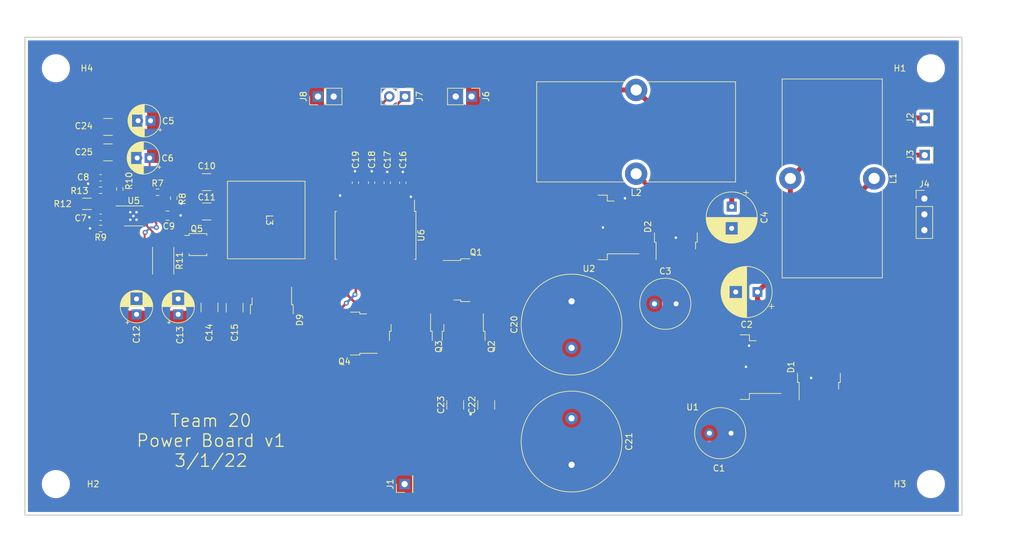
<source format=kicad_pcb>
(kicad_pcb (version 20211014) (generator pcbnew)
  (layers (0 "F.Cu" signal) (31 "B.Cu" signal) (34 "B.Paste" user) (35 "F.Paste" user) (36 "B.SilkS" user "B.Silkscreen") (37 "F.SilkS" user "F.Silkscreen") (38 "B.Mask" user) (39 "F.Mask" user) (44 "Edge.Cuts" user))
  (net 0 "")
  (net 1 "+24V")
  (net 2 "GND")
  (net 3 "+3V3")
  (net 4 "+5V")
  (net 5 "Net-(C7-Pad1)")
  (net 6 "Net-(C8-Pad1)")
  (net 7 "Net-(C9-Pad1)")
  (net 8 "Net-(C10-Pad1)")
  (net 9 "Net-(C10-Pad2)")
  (net 10 "24V Solar")
  (net 11 "Net-(C16-Pad2)")
  (net 12 "Net-(C17-Pad2)")
  (net 13 "Net-(C18-Pad2)")
  (net 14 "Net-(C19-Pad2)")
  (net 15 "Net-(D1-Pad1)")
  (net 16 "Net-(D2-Pad1)")
  (net 17 "24V Grid")
  (net 18 "MCU_GRID")
  (net 19 "Solar Panel")
  (net 20 "Net-(Q5-Pad1)")
  (net 21 "Net-(Q5-Pad4)")
  (net 22 "Net-(Q1-Pad1)")
  (net 23 "Net-(R7-Pad2)")
  (net 24 "Net-(R9-Pad1)")
  (net 25 "Net-(R10-Pad1)")
  (net 26 "Net-(R12-Pad2)")
  (net 27 "MCU_SOLAR")
  (net 28 "Net-(Q2-Pad1)")
  (net 29 "Net-(Q1-Pad3)")
  (net 30 "Net-(Q3-Pad1)")
  (net 31 "Net-(Q4-Pad1)")
  (net 32 "Net-(Q3-Pad3)")
  (footprint "Package_TO_SOT_SMD:TO-263-5_TabPin3" (layer "F.Cu") (at 164.9 80.65 180)
    (fp_text reference "U2")
    (fp_text value "LM2575D2T-5R4G")
  )
  (footprint "Inductor_THT:L_Toroid_Vertical_L31.8mm_W15.9mm_P13.50mm_Bourns_5700" (layer "F.Cu") (at 210.85 72.75 -90)
    (fp_text reference "L1")
    (fp_text value "330uH")
  )
  (footprint "Capacitor_SMD:C_1210_3225Metric" (layer "F.Cu") (at 148.35 109.25 90)
    (fp_text reference "C22")
    (fp_text value "10u")
  )
  (footprint "Connector_PinHeader_2.54mm:PinHeader_1x03_P2.54mm_Vertical" (layer "F.Cu") (at 218.95 76)
    (fp_text reference "J4")
    (fp_text value "GND")
  )
  (footprint "Resistor_SMD:R_0603_1608Metric" (layer "F.Cu") (at 89.3 74.45 90)
    (fp_text reference "R10")
    (fp_text value "10k")
  )
  (footprint "Inductor_THT:L_Toroid_Vertical_L31.8mm_W15.9mm_P13.50mm_Bourns_5700" (layer "F.Cu") (at 172.5 71.995 180)
    (fp_text reference "L2")
    (fp_text value "330uH")
  )
  (footprint "Package_TO_SOT_SMD:TO-252-2" (layer "F.Cu") (at 136.2 99.85 -90)
    (fp_text reference "Q3")
    (fp_text value "FDD8453LZ")
  )
  (footprint "Capacitor_SMD:C_1210_3225Metric" (layer "F.Cu") (at 103.75 93.55 -90)
    (fp_text reference "C14")
    (fp_text value "10u")
  )
  (footprint "Connector_PinHeader_2.54mm:PinHeader_1x01_P2.54mm_Vertical" (layer "F.Cu") (at 135.2 122 90)
    (fp_text reference "J1")
    (fp_text value "24V")
  )
  (footprint "Connector_PinHeader_2.54mm:PinHeader_1x01_P2.54mm_Vertical" (layer "F.Cu") (at 219 63 90)
    (fp_text reference "J2")
    (fp_text value "5V")
  )
  (footprint "Package_TO_SOT_SMD:LFPAK33" (layer "F.Cu") (at 101.7 83.4125)
    (fp_text reference "Q5")
    (fp_text value "FDS5670")
  )
  (footprint "Capacitor_SMD:C_1210_3225Metric" (layer "F.Cu") (at 143.35 109.25 90)
    (fp_text reference "C23")
    (fp_text value "10u")
  )
  (footprint "Capacitor_SMD:C_1210_3225Metric" (layer "F.Cu") (at 107.81 93.59 -90)
    (fp_text reference "C15")
    (fp_text value "10u")
  )
  (footprint "Capacitor_SMD:C_1210_3225Metric" (layer "F.Cu") (at 103.31 78.08)
    (fp_text reference "C11")
    (fp_text value "10u")
  )
  (footprint "Package_TO_SOT_SMD:TO-252-2" (layer "F.Cu") (at 146.7 89.15)
    (fp_text reference "Q1")
    (fp_text value "FDD8453LZ")
  )
  (footprint "Capacitor_SMD:C_1210_3225Metric" (layer "F.Cu") (at 87.4 64.45 180)
    (fp_text reference "C24")
    (fp_text value "4.7u")
  )
  (footprint "MountingHole:MountingHole_3.5mm" (layer "F.Cu") (at 220 55)
    (fp_text reference "H1")
    (fp_text value "MountingHole")
  )
  (footprint "Package_TO_SOT_SMD:TO-263-5_TabPin3" (layer "F.Cu") (at 187.8 103.15 180)
    (fp_text reference "U1")
    (fp_text value "LM2575D2T-3.3R4G")
  )
  (footprint "Capacitor_THT:CP_Radial_D8.0mm_P3.50mm" (layer "F.Cu") (at 187.9 77.297349 -90)
    (fp_text reference "C4")
    (fp_text value "330uF")
  )
  (footprint "MountingHole:MountingHole_3.5mm" (layer "F.Cu") (at 220 122)
    (fp_text reference "H3")
    (fp_text value "MountingHole")
  )
  (footprint "Connector_PinHeader_2.54mm:PinHeader_1x02_P2.54mm_Vertical" (layer "F.Cu") (at 145.975 59.55 -90)
    (fp_text reference "J6")
    (fp_text value "Grid")
  )
  (footprint "Connector_PinHeader_2.54mm:PinHeader_1x01_P2.54mm_Vertical" (layer "F.Cu") (at 219 69 90)
    (fp_text reference "J3")
    (fp_text value "3V3")
  )
  (footprint "Package_TO_SOT_SMD:TO-252-2" (layer "F.Cu") (at 125.5 97.75 180)
    (fp_text reference "Q4")
    (fp_text value "FDD8453LZ")
  )
  (footprint "Resistor_SMD:R_2512_6332Metric" (layer "F.Cu") (at 96.3 86.0125 -90)
    (fp_text reference "R11")
    (fp_text value "14m")
  )
  (footprint "Capacitor_THT:CP_Radial_D5.0mm_P2.50mm" (layer "F.Cu") (at 92 94.655113 90)
    (fp_text reference "C12")
    (fp_text value "22u")
  )
  (footprint "Capacitor_THT:CP_Radial_D5.0mm_P2.00mm" (layer "F.Cu") (at 94.255113 63.45 180)
    (fp_text reference "C5")
    (fp_text value "4.7u")
  )
  (footprint "Resistor_SMD:R_1206_3216Metric" (layer "F.Cu") (at 84 76.85)
    (fp_text reference "R12")
    (fp_text value "200k")
  )
  (footprint "Resistor_SMD:R_0603_1608Metric" (layer "F.Cu") (at 86.21 80.82 180)
    (fp_text reference "R9")
    (fp_text value "41.2k")
  )
  (footprint "Capacitor_SMD:C_0603_1608Metric" (layer "F.Cu") (at 129.88 73.43 -90)
    (fp_text reference "C18")
    (fp_text value "1u")
  )
  (footprint "Capacitor_SMD:C_1210_3225Metric" (layer "F.Cu") (at 103.3 73.35 180)
    (fp_text reference "C10")
    (fp_text value "10u")
  )
  (footprint "MountingHole:MountingHole_3.5mm" (layer "F.Cu") (at 79 55)
    (fp_text reference "H4")
    (fp_text value "MountingHole")
  )
  (footprint "Capacitor_SMD:C_1210_3225Metric" (layer "F.Cu") (at 87.4 68.55 180)
    (fp_text reference "C25")
    (fp_text value "4.7u")
  )
  (footprint "MountingHole:MountingHole_3.5mm" (layer "F.Cu") (at 79 122)
    (fp_text reference "H2")
    (fp_text value "MountingHole")
  )
  (footprint "Capacitor_THT:C_Radial_D8.0mm_H11.5mm_P3.50mm" (layer "F.Cu") (at 184.3 113.8)
    (fp_text reference "C1")
    (fp_text value "100uF")
  )
  (footprint "Package_TO_SOT_SMD:TO-252-2" (layer "F.Cu") (at 201.95 103.15 90)
    (fp_text reference "D1")
    (fp_text value "VS-30WQ04FNTR-M3")
  )
  (footprint "Capacitor_THT:C_Radial_D8.0mm_H11.5mm_P3.50mm" (layer "F.Cu") (at 175.45 92.95)
    (fp_text reference "C3")
    (fp_text value "100uF")
  )
  (footprint "Connector_PinHeader_2.54mm:PinHeader_1x02_P2.54mm_Vertical" (layer "F.Cu") (at 121.225 59.55 90)
    (fp_text reference "J8")
    (fp_text value "Solar Panel")
  )
  (footprint "Capacitor_THT:C_Radial_D16.0mm_H25.0mm_P7.50mm" (layer "F.Cu") (at 162.1 111.4 -90)
    (fp_text reference "C21")
    (fp_text value "330u")
  )
  (footprint "Package_TO_SOT_SMD:TO-252-2" (layer "F.Cu") (at 178.9 80.55 90)
    (fp_text reference "D2")
    (fp_text value "VS-30WQ04FNTR-M3")
  )
  (footprint "Capacitor_SMD:C_0805_2012Metric" (layer "F.Cu") (at 97 78.75)
    (fp_text reference "C9")
    (fp_text value "4.7u")
  )
  (footprint "Package_SO:MSOP-10-1EP_3x3mm_P0.5mm_EP1.68x1.88mm" (layer "F.Cu") (at 91.55 78.79)
    (fp_text reference "U5")
    (fp_text value "LT3757A")
  )
  (footprint "Package_TO_SOT_SMD:TO-252-2" (layer "F.Cu") (at 113.8 95.57 -90)
    (fp_text reference "D9")
    (fp_text value "D_Schottky")
  )
  (footprint "Capacitor_THT:CP_Radial_D8.0mm_P3.50mm" (layer "F.Cu") (at 192.05 91.05 180)
    (fp_text reference "C2")
    (fp_text value "330uF")
  )
  (footprint "Capacitor_SMD:C_0603_1608Metric" (layer "F.Cu") (at 86.2 72.65 180)
    (fp_text reference "C8")
    (fp_text value "22n")
  )
  (footprint "_mine:PF0553NL" (layer "F.Cu") (at 112.9 79.45 -90)
    (fp_text reference "L3")
    (fp_text value "28u")
  )
  (footprint "Package_SO:SOIC-20W_7.5x12.8mm_P1.27mm" (layer "F.Cu") (at 130.51 81.92 -90)
    (fp_text reference "U6")
    (fp_text value "LT1161")
  )
  (footprint "Capacitor_SMD:C_0603_1608Metric" (layer "F.Cu") (at 127.27 73.44 -90)
    (fp_text reference "C19")
    (fp_text value "1u")
  )
  (footprint "Capacitor_SMD:C_0603_1608Metric" (layer "F.Cu") (at 134.9 73.45 -90)
    (fp_text reference "C16")
    (fp_text value "1u")
  )
  (footprint "Package_TO_SOT_SMD:TO-252-2" (layer "F.Cu") (at 144.7 99.85 -90)
    (fp_text reference "Q2")
    (fp_text value "FDD8453LZ")
  )
  (footprint "Capacitor_THT:CP_Radial_D5.0mm_P2.00mm" (layer "F.Cu") (at 94.110225 69.45 180)
    (fp_text reference "C6")
    (fp_text value "4.7u")
  )
  (footprint "Capacitor_SMD:C_0603_1608Metric" (layer "F.Cu") (at 86.21 79.01 180)
    (fp_text reference "C7")
    (fp_text value "6.8n")
  )
  (footprint "Resistor_SMD:R_0603_1608Metric" (layer "F.Cu") (at 98.01 75.93 90)
    (fp_text reference "R8")
    (fp_text value "20k")
  )
  (footprint "Resistor_SMD:R_0603_1608Metric" (layer "F.Cu") (at 86.2 74.65 180)
    (fp_text reference "R13")
    (fp_text value "14.3k")
  )
  (footprint "Capacitor_SMD:C_0603_1608Metric" (layer "F.Cu") (at 132.4 73.45 -90)
    (fp_text reference "C17")
    (fp_text value "1u")
  )
  (footprint "Capacitor_THT:C_Radial_D16.0mm_H25.0mm_P7.50mm" (layer "F.Cu") (at 162.1 100.05 90)
    (fp_text reference "C20")
    (fp_text value "330u")
  )
  (footprint "Capacitor_THT:CP_Radial_D5.0mm_P2.50mm" (layer "F.Cu") (at 98.71 94.650001 90)
    (fp_text reference "C13")
    (fp_text value "22u")
  )
  (footprint "Resistor_SMD:R_0603_1608Metric" (layer "F.Cu") (at 95.39 74.97)
    (fp_text reference "R7")
    (fp_text value "158k")
  )
  (footprint "Connector_PinHeader_2.54mm:PinHeader_1x02_P2.54mm_Vertical" (layer "F.Cu") (at 135.275 59.55 -90)
    (fp_text reference "J7")
    (fp_text value "MCU")
  )
  (gr_rect (start 225 50) (end 74 127) (layer "Edge.Cuts") (width 0.2) (fill none))
  (gr_text "Team 20\nPower Board v1\n3/1/22" (at 104 115) (layer "F.SilkS") (effects (font (size 2 2) (thickness 0.2))))
  (segment (start 170.675 88.175) (end 175.45 92.95) (width 0.8) (layer "F.Cu") (net 1))
  (segment (start 170.675 84.05) (end 170.675 88.175) (width 0.8) (layer "F.Cu") (net 1))
  (segment (start 190.4 110.5) (end 187.6 110.5) (width 0.8) (layer "F.Cu") (net 1))
  (segment (start 193.575 106.55) (end 193.575 107.325) (width 0.8) (layer "F.Cu") (net 1))
  (segment (start 187.6 110.5) (end 184.3 113.8) (width 0.8) (layer "F.Cu") (net 1))
  (segment (start 193.575 107.325) (end 190.4 110.5) (width 0.8) (layer "F.Cu") (net 1))
  (segment (start 190.15 103.15) (end 190.2 103.1) (width 0.8) (layer "F.Cu") (net 2))
  (segment (start 124.795 77.27) (end 124.795 75.505) (width 0.3) (layer "F.Cu") (net 2))
  (segment (start 124.795 75.505) (end 124.8 75.5) (width 0.3) (layer "F.Cu") (net 2))
  (segment (start 90.61 79.79) (end 91 79.4) (width 0.3) (layer "F.Cu") (net 2))
  (segment (start 129.88 72.655) (end 129.88 71.62) (width 0.3) (layer "F.Cu") (net 2))
  (segment (start 148.325 110.75) (end 148.35 110.725) (width 0.8) (layer "F.Cu") (net 2))
  (segment (start 145.81 110.75) (end 148.325 110.75) (width 0.8) (layer "F.Cu") (net 2))
  (segment (start 170.675 75.975) (end 170.7 75.95) (width 0.8) (layer "F.Cu") (net 2))
  (segment (start 201.95 101.05) (end 201.95 103.65) (width 0.8) (layer "F.Cu") (net 2))
  (segment (start 193.525 103.1) (end 193.575 103.15) (width 0.8) (layer "F.Cu") (net 2))
  (segment (start 143.35 110.725) (end 145.785 110.725) (width 0.8) (layer "F.Cu") (net 2))
  (segment (start 134.9 72.675) (end 134.9 71.7) (width 0.3) (layer "F.Cu") (net 2))
  (segment (start 136.225 77.27) (end 136.225 75.725) (width 0.3) (layer "F.Cu") (net 2))
  (segment (start 190.2 103.1) (end 193.525 103.1) (width 0.8) (layer "F.Cu") (net 2))
  (segment (start 167.15 80.65) (end 170.675 80.65) (width 0.8) (layer "F.Cu") (net 2))
  (segment (start 84.52 80.82) (end 84.5 80.8) (width 0.4) (layer "F.Cu") (net 2))
  (segment (start 161.525 80.65) (end 167.15 80.65) (width 0.8) (layer "F.Cu") (net 2))
  (segment (start 145.785 110.725) (end 145.81 110.75) (width 0.8) (layer "F.Cu") (net 2))
  (segment (start 129.88 71.62) (end 129.9 71.6) (width 0.3) (layer "F.Cu") (net 2))
  (segment (start 184.425 103.15) (end 190.15 103.15) (width 0.8) (layer "F.Cu") (net 2))
  (segment (start 84.41 79.01) (end 84.4 79) (width 0.4) (layer "F.Cu") (net 2))
  (segment (start 190.75 99.75) (end 190.7 99.7) (width 0.8) (layer "F.Cu") (net 2))
  (segment (start 85.385 80.82) (end 84.52 80.82) (width 0.4) (layer "F.Cu") (net 2))
  (segment (start 127.27 72.665) (end 127.27 71.67) (width 0.3) (layer "F.Cu") (net 2))
  (segment (start 99.05 78.75) (end 99.1 78.7) (width 0.3) (layer "F.Cu") (net 2))
  (segment (start 193.575 99.75) (end 190.75 99.75) (width 0.8) (layer "F.Cu") (net 2))
  (segment (start 127.27 71.67) (end 127.2 71.6) (width 0.3) (layer "F.Cu") (net 2))
  (segment (start 99.155 76.755) (end 99.2 76.8) (width 0.3) (layer "F.Cu") (net 2))
  (segment (start 89.4 79.79) (end 90.61 79.79) (width 0.3) (layer "F.Cu") (net 2))
  (segment (start 136.225 75.725) (end 136.2 75.7) (width 0.3) (layer "F.Cu") (net 2))
  (segment (start 85.435 79.01) (end 84.41 79.01) (width 0.4) (layer "F.Cu") (net 2))
  (segment (start 170.675 77.25) (end 170.675 75.975) (width 0.8) (layer "F.Cu") (net 2))
  (segment (start 98.01 76.755) (end 99.155 76.755) (width 0.3) (layer "F.Cu") (net 2))
  (segment (start 178.9 78.45) (end 178.9 82.3) (width 0.4) (layer "F.Cu") (net 2))
  (segment (start 97.95 78.75) (end 99.05 78.75) (width 0.3) (layer "F.Cu") (net 2))
  (segment (start 132.4 72.675) (end 132.4 71.7) (width 0.3) (layer "F.Cu") (net 2))
  (segment (start 201.95 103.65) (end 200.7 104.9) (width 0.8) (layer "F.Cu") (net 2))
  (via (at 99.1 78.7) (size 0.8) (drill 0.4) (layers "F.Cu" "B.Cu") (net 2))
  (via (at 145.81 110.75) (size 0.8) (drill 0.4) (layers "F.Cu" "B.Cu") (net 2))
  (via (at 99.2 76.8) (size 0.8) (drill 0.4) (layers "F.Cu" "B.Cu") (net 2))
  (via (at 132.4 71.7) (size 0.8) (drill 0.4) (layers "F.Cu" "B.Cu") (net 2))
  (via (at 84.2 73.6) (size 0.8) (drill 0.4) (layers "F.Cu" "B.Cu") (net 2))
  (via (at 127.2 71.6) (size 0.8) (drill 0.4) (layers "F.Cu" "B.Cu") (net 2))
  (via (at 91.5 78.8) (size 0.8) (drill 0.4) (layers "F.Cu" "B.Cu") (net 2))
  (via (at 92 79.4) (size 0.8) (drill 0.4) (layers "F.Cu" "B.Cu") (net 2))
  (via (at 91 78.2) (size 0.8) (drill 0.4) (layers "F.Cu" "B.Cu") (net 2))
  (via (at 136.2 75.7) (size 0.8) (drill 0.4) (layers "F.Cu" "B.Cu") (net 2))
  (via (at 129.9 71.6) (size 0.8) (drill 0.4) (layers "F.Cu" "B.Cu") (net 2))
  (via (at 92 78.2) (size 0.8) (drill 0.4) (layers "F.Cu" "B.Cu") (net 2))
  (via (at 200.7 104.9) (size 0.8) (drill 0.4) (layers "F.Cu" "B.Cu") (net 2))
  (via (at 170.7 75.95) (size 0.8) (drill 0.4) (layers "F.Cu" "B.Cu") (net 2))
  (via (at 178.9 82.3) (size 0.8) (drill 0.4) (layers "F.Cu" "B.Cu") (net 2))
  (via (at 91 79.4) (size 0.8) (drill 0.4) (layers "F.Cu" "B.Cu") (net 2))
  (via (at 84.4 79) (size 0.8) (drill 0.4) (layers "F.Cu" "B.Cu") (net 2))
  (via (at 134.9 71.7) (size 0.8) (drill 0.4) (layers "F.Cu" "B.Cu") (net 2))
  (via (at 124.8 75.5) (size 0.8) (drill 0.4) (layers "F.Cu" "B.Cu") (net 2))
  (via (at 167.15 80.65) (size 0.8) (drill 0.4) (layers "F.Cu" "B.Cu") (net 2))
  (via (at 84.5 80.8) (size 0.8) (drill 0.4) (layers "F.Cu" "B.Cu") (net 2))
  (via (at 190.7 99.7) (size 0.8) (drill 0.4) (layers "F.Cu" "B.Cu") (net 2))
  (via (at 190.2 103.1) (size 0.8) (drill 0.4) (layers "F.Cu" "B.Cu") (net 2))
  (segment (start 219 69) (end 201.1 69) (width 0.8) (layer "F.Cu") (net 3))
  (segment (start 193.575 101.45) (end 196.35 101.45) (width 0.8) (layer "F.Cu") (net 3))
  (segment (start 196.35 101.45) (end 197.4 100.4) (width 0.8) (layer "F.Cu") (net 3))
  (segment (start 197.4 97.7) (end 192.05 92.35) (width 0.8) (layer "F.Cu") (net 3))
  (segment (start 192.05 92.35) (end 192.05 91.05) (width 0.8) (layer "F.Cu") (net 3))
  (segment (start 197.4 100.4) (end 197.4 97.7) (width 0.8) (layer "F.Cu") (net 3))
  (segment (start 197.35 85.75) (end 192.05 91.05) (width 0.8) (layer "F.Cu") (net 3))
  (segment (start 197.35 72.75) (end 197.35 85.75) (width 0.8) (layer "F.Cu") (net 3))
  (segment (start 201.1 69) (end 197.35 72.75) (width 0.8) (layer "F.Cu") (net 3))
  (segment (start 187.9 77.297349) (end 187.9 73.895) (width 0.8) (layer "F.Cu") (net 4))
  (segment (start 167.2 77.824022) (end 168.325978 78.95) (width 0.8) (layer "F.Cu") (net 4))
  (segment (start 198.4 63) (end 187.9 73.5) (width 0.8) (layer "F.Cu") (net 4))
  (segment (start 187.9 73.895) (end 172.5 58.495) (width 0.8) (layer "F.Cu") (net 4))
  (segment (start 172.5 58.495) (end 170.055 58.495) (width 0.8) (layer "F.Cu") (net 4))
  (segment (start 170.055 58.495) (end 167.2 61.35) (width 0.8) (layer "F.Cu") (net 4))
  (segment (start 167.2 61.35) (end 167.2 77.824022) (width 0.8) (layer "F.Cu") (net 4))
  (segment (start 198.4 63) (end 219 63) (width 0.8) (layer "F.Cu") (net 4))
  (segment (start 168.325978 78.95) (end 170.675 78.95) (width 0.8) (layer "F.Cu") (net 4))
  (segment (start 87.205 78.79) (end 86.985 79.01) (width 0.3) (layer "F.Cu") (net 5))
  (segment (start 89.4 78.79) (end 87.205 78.79) (width 0.3) (layer "F.Cu") (net 5))
  (segment (start 89.3 73.625) (end 89.295 73.625) (width 0.3) (layer "F.Cu") (net 6))
  (segment (start 88.32 72.65) (end 86.975 72.65) (width 0.3) (layer "F.Cu") (net 6))
  (segment (start 89.295 73.625) (end 88.32 72.65) (width 0.3) (layer "F.Cu") (net 6))
  (segment (start 93.7 78.79) (end 96.01 78.79) (width 0.3) (layer "F.Cu") (net 7))
  (segment (start 96.01 78.79) (end 96.05 78.75) (width 0.3) (layer "F.Cu") (net 7))
  (segment (start 125.8 92.85) (end 123.4 95.25) (width 0.4) (layer "F.Cu") (net 10))
  (segment (start 127.335 86.57) (end 127.335 91.315) (width 0.4) (layer "F.Cu") (net 10))
  (segment (start 123.4 95.25) (end 123.4 97.75) (width 0.4) (layer "F.Cu") (net 10))
  (segment (start 129.41 84.92) (end 128.25 84.92) (width 0.4) (layer "F.Cu") (net 10))
  (segment (start 129.875 86.57) (end 129.875 85.385) (width 0.4) (layer "F.Cu") (net 10))
  (segment (start 127.335 85.835) (end 127.335 86.57) (width 0.4) (layer "F.Cu") (net 10))
  (segment (start 129.875 85.385) (end 129.41 84.92) (width 0.4) (layer "F.Cu") (net 10))
  (segment (start 127.335 91.315) (end 127.2 91.45) (width 0.4) (layer "F.Cu") (net 10))
  (segment (start 128.25 84.92) (end 127.335 85.835) (width 0.4) (layer "F.Cu") (net 10))
  (via (at 127.2 91.45) (size 0.8) (drill 0.4) (layers "F.Cu" "B.Cu") (net 10))
  (via (at 125.8 92.85) (size 0.8) (drill 0.4) (layers "F.Cu" "B.Cu") (net 10))
  (segment (start 127.2 91.45) (end 125.8 92.85) (width 0.4) (layer "B.Cu") (net 10))
  (segment (start 134.955 74.28) (end 134.9 74.225) (width 0.4) (layer "F.Cu") (net 11))
  (segment (start 134.955 77.27) (end 134.955 74.28) (width 0.4) (layer "F.Cu") (net 11))
  (segment (start 132.4 77.255) (end 132.415 77.27) (width 0.4) (layer "F.Cu") (net 12))
  (segment (start 132.4 74.225) (end 132.4 77.255) (width 0.4) (layer "F.Cu") (net 12))
  (segment (start 129.88 74.205) (end 129.88 77.265) (width 0.4) (layer "F.Cu") (net 13))
  (segment (start 129.88 77.265) (end 129.875 77.27) (width 0.4) (layer "F.Cu") (net 13))
  (segment (start 127.27 77.205) (end 127.335 77.27) (width 0.4) (layer "F.Cu") (net 14))
  (segment (start 127.27 74.215) (end 127.27 77.205) (width 0.4) (layer "F.Cu") (net 14))
  (segment (start 203.45 105.25) (end 201.35 107.35) (width 0.8) (layer "F.Cu") (net 15))
  (segment (start 201.35 107.35) (end 199.67 107.35) (width 0.8) (layer "F.Cu") (net 15))
  (segment (start 193.575 104.85) (end 197.17 104.85) (width 0.8) (layer "F.Cu") (net 15))
  (segment (start 206.85 104.6) (end 206.2 105.25) (width 0.8) (layer "F.Cu") (net 15))
  (segment (start 206.2 105.25) (end 203.45 105.25) (width 0.8) (layer "F.Cu") (net 15))
  (segment (start 210.85 72.75) (end 206.85 76.75) (width 0.8) (layer "F.Cu") (net 15))
  (segment (start 206.85 76.75) (end 206.85 104.6) (width 0.8) (layer "F.Cu") (net 15))
  (segment (start 197.17 104.85) (end 199.67 107.35) (width 0.8) (layer "F.Cu") (net 15))
  (segment (start 176.62 84.75) (end 174.22 82.35) (width 0.8) (layer "F.Cu") (net 16))
  (segment (start 172.5 71.995) (end 174.4 73.895) (width 0.8) (layer "F.Cu") (net 16))
  (segment (start 173.775 82.35) (end 170.675 82.35) (width 0.8) (layer "F.Cu") (net 16))
  (segment (start 174.4 81.725) (end 173.775 82.35) (width 0.8) (layer "F.Cu") (net 16))
  (segment (start 174.4 73.895) (end 174.4 81.725) (width 0.8) (layer "F.Cu") (net 16))
  (segment (start 174.22 82.35) (end 170.675 82.35) (width 0.8) (layer "F.Cu") (net 16))
  (segment (start 134.955 84.185) (end 134.19 83.42) (width 0.4) (layer "F.Cu") (net 17))
  (segment (start 124.795 85.095) (end 126.47 83.42) (width 0.4) (layer "F.Cu") (net 17))
  (segment (start 132.415 84.905) (end 132.415 86.57) (width 0.4) (layer "F.Cu") (net 17))
  (segment (start 144.77 85.12) (end 148.8 89.15) (width 0.4) (layer "F.Cu") (net 17))
  (segment (start 134.955 86.57) (end 134.955 84.185) (width 0.4) (layer "F.Cu") (net 17))
  (segment (start 124.795 86.57) (end 124.795 85.095) (width 0.4) (layer "F.Cu") (net 17))
  (segment (start 126.47 83.42) (end 130.93 83.42) (width 0.4) (layer "F.Cu") (net 17))
  (segment (start 137.675 85.12) (end 144.77 85.12) (width 0.4) (layer "F.Cu") (net 17))
  (segment (start 134.955 86.57) (end 136.225 86.57) (width 0.4) (layer "F.Cu") (net 17))
  (segment (start 134.19 83.42) (end 130.93 83.42) (width 0.4) (layer "F.Cu") (net 17))
  (segment (start 136.225 86.57) (end 137.675 85.12) (width 0.4) (layer "F.Cu") (net 17))
  (segment (start 130.93 83.42) (end 132.415 84.905) (width 0.4) (layer "F.Cu") (net 17))
  (segment (start 133.6 77.185) (end 133.685 77.27) (width 0.4) (layer "F.Cu") (net 18))
  (segment (start 131.145 79.02) (end 131.675 79.55) (width 0.4) (layer "F.Cu") (net 18))
  (segment (start 131.145 77.27) (end 131.145 79.02) (width 0.4) (layer "F.Cu") (net 18))
  (segment (start 135.275 59.55) (end 133.6 61.225) (width 0.4) (layer "F.Cu") (net 18))
  (segment (start 133.685 78.74) (end 133.685 77.27) (width 0.4) (layer "F.Cu") (net 18))
  (segment (start 133.6 61.225) (end 133.6 77.185) (width 0.4) (layer "F.Cu") (net 18))
  (segment (start 131.675 79.55) (end 132.875 79.55) (width 0.4) (layer "F.Cu") (net 18))
  (segment (start 132.875 79.55) (end 133.685 78.74) (width 0.4) (layer "F.Cu") (net 18))
  (segment (start 94.255113 69.305112) (end 94.110225 69.45) (width 0.3) (layer "F.Cu") (net 19))
  (segment (start 94.565 74.97) (end 94.110225 74.515225) (width 0.3) (layer "F.Cu") (net 19))
  (segment (start 94.110225 74.515225) (end 94.110225 69.45) (width 0.3) (layer "F.Cu") (net 19))
  (segment (start 94.565 76.925) (end 94.565 74.97) (width 0.3) (layer "F.Cu") (net 19))
  (segment (start 93.7 77.79) (end 94.565 76.925) (width 0.3) (layer "F.Cu") (net 19))
  (segment (start 93.7 80.45) (end 96.3 83.05) (width 0.3) (layer "F.Cu") (net 20))
  (segment (start 93.7 79.79) (end 93.7 80.45) (width 0.3) (layer "F.Cu") (net 20))
  (segment (start 95.2 79.964639) (end 94.525361 79.29) (width 0.3) (layer "F.Cu") (net 21))
  (segment (start 94.525361 79.29) (end 93.7 79.29) (width 0.3) (layer "F.Cu") (net 21))
  (segment (start 100.165 84.3875) (end 100.165 84.485) (width 0.3) (layer "F.Cu") (net 21))
  (segment (start 95.2 80.65) (end 95.2 79.964639) (width 0.3) (layer "F.Cu") (net 21))
  (segment (start 99.5 85.15) (end 94.3 85.15) (width 0.3) (layer "F.Cu") (net 21))
  (segment (start 100.165 84.485) (end 99.5 85.15) (width 0.3) (layer "F.Cu") (net 21))
  (segment (start 93.3 81.55) (end 93.4 81.45) (width 0.3) (layer "F.Cu") (net 21))
  (segment (start 93.3 84.15) (end 93.3 81.55) (width 0.3) (layer "F.Cu") (net 21))
  (segment (start 94.3 85.15) (end 93.3 84.15) (width 0.3) (layer "F.Cu") (net 21))
  (via (at 93.4 81.45) (size 0.8) (drill 0.4) (layers "F.Cu" "B.Cu") (net 21))
  (via (at 95.2 80.65) (size 0.8) (drill 0.4) (layers "F.Cu" "B.Cu") (net 21))
  (segment (start 94.2 80.65) (end 95.1 80.65) (width 0.3) (layer "B.Cu") (net 21))
  (segment (start 95.1 80.65) (end 95.2 80.65) (width 0.3) (layer "B.Cu") (net 21))
  (segment (start 93.4 81.45) (end 94.2 80.65) (width 0.3) (layer "B.Cu") (net 21))
  (segment (start 133.685 87.535) (end 133.685 86.57) (width 0.4) (layer "F.Cu") (net 22))
  (segment (start 134.3 88.15) (end 133.685 87.535) (width 0.4) (layer "F.Cu") (net 22))
  (segment (start 141.22 88.15) (end 134.3 88.15) (width 0.4) (layer "F.Cu") (net 22))
  (segment (start 142.5 86.87) (end 141.22 88.15) (width 0.4) (layer "F.Cu") (net 22))
  (segment (start 96.35 75.105) (end 96.215 74.97) (width 0.3) (layer "F.Cu") (net 23))
  (segment (start 96.215 76.835) (end 96.215 74.97) (width 0.3) (layer "F.Cu") (net 23))
  (segment (start 98.01 75.105) (end 96.35 75.105) (width 0.3) (layer "F.Cu") (net 23))
  (segment (start 94.76 78.29) (end 96.215 76.835) (width 0.3) (layer "F.Cu") (net 23))
  (segment (start 93.7 78.29) (end 94.76 78.29) (width 0.3) (layer "F.Cu") (net 23))
  (segment (start 89.4 79.29) (end 88.565 79.29) (width 0.3) (layer "F.Cu") (net 24))
  (segment (start 88.565 79.29) (end 87.035 80.82) (width 0.3) (layer "F.Cu") (net 24))
  (segment (start 89.4 75.375) (end 89.3 75.275) (width 0.3) (layer "F.Cu") (net 25))
  (segment (start 89.4 77.79) (end 89.4 75.375) (width 0.3) (layer "F.Cu") (net 25))
  (segment (start 89.4 78.29) (end 88.14 78.29) (width 0.3) (layer "F.Cu") (net 26))
  (segment (start 86.7 76.85) (end 85.4625 76.85) (width 0.3) (layer "F.Cu") (net 26))
  (segment (start 88.14 78.29) (end 86.7 76.85) (width 0.3) (layer "F.Cu") (net 26))
  (segment (start 87.025 75.2875) (end 85.4625 76.85) (width 0.3) (layer "F.Cu") (net 26))
  (segment (start 87.025 74.65) (end 87.025 75.2875) (width 0.3) (layer "F.Cu") (net 26))
  (segment (start 128.075 79.35) (end 128.605 78.82) (width 0.4) (layer "F.Cu") (net 27))
  (segment (start 126.475 79.35) (end 128.075 79.35) (width 0.4) (layer "F.Cu") (net 27))
  (segment (start 128.6 77.265) (end 128.605 77.27) (width 0.4) (layer "F.Cu") (net 27))
  (segment (start 132.735 59.55) (end 128.6 63.685) (width 0.4) (layer "F.Cu") (net 27))
  (segment (start 128.605 78.82) (end 128.605 77.27) (width 0.4) (layer "F.Cu") (net 27))
  (segment (start 126.065 77.27) (end 126.065 78.94) (width 0.4) (layer "F.Cu") (net 27))
  (segment (start 126.065 78.94) (end 126.475 79.35) (width 0.4) (layer "F.Cu") (net 27))
  (segment (start 128.6 63.685) (end 128.6 77.265) (width 0.4) (layer "F.Cu") (net 27))
  (segment (start 146.98 95.65) (end 146.98 95.43) (width 0.4) (layer "F.Cu") (net 28))
  (segment (start 146.98 95.43) (end 144.5 92.95) (width 0.4) (layer "F.Cu") (net 28))
  (segment (start 143.2 88.95) (end 132.992862 88.95) (width 0.4) (layer "F.Cu") (net 28))
  (segment (start 131.145 87.102138) (end 131.145 86.57) (width 0.4) (layer "F.Cu") (net 28))
  (segment (start 144.5 90.25) (end 143.2 88.95) (width 0.4) (layer "F.Cu") (net 28))
  (segment (start 132.992862 88.95) (end 131.145 87.102138) (width 0.4) (layer "F.Cu") (net 28))
  (segment (start 144.5 92.95) (end 144.5 90.25) (width 0.4) (layer "F.Cu") (net 28))
  (segment (start 128.605 87.102138) (end 128.605 86.57) (width 0.4) (layer "F.Cu") (net 30))
  (segment (start 138.48 95.65) (end 137.152862 95.65) (width 0.4) (layer "F.Cu") (net 30))
  (segment (start 137.152862 95.65) (end 128.605 87.102138) (width 0.4) (layer "F.Cu") (net 30))
  (segment (start 128.08 100.03) (end 129.7 100.03) (width 0.4) (layer "F.Cu") (net 31))
  (segment (start 126.065 86.57) (end 126.065 91.615) (width 0.4) (layer "F.Cu") (net 31))
  (segment (start 126.065 91.615) (end 127.6 93.15) (width 0.4) (layer "F.Cu") (net 31))
  (segment (start 127.6 93.15) (end 127.6 99.55) (width 0.4) (layer "F.Cu") (net 31))
  (segment (start 127.6 99.55) (end 128.08 100.03) (width 0.4) (layer "F.Cu") (net 31))
  (zone (net 17) (net_name "24V Grid") (layer "F.Cu") (connect_pads yes (clearance 0.508)) (min_thickness 0.254) (fill yes (thermal_gap 0.508) (thermal_bridge_width 0.508))
    (polygon (pts (xy 152.3 86.65) (xy 145.1 86.65) (xy 145.1 57.65) (xy 152.3 57.65)))
  )
  (zone (net 9) (net_name "Net-(C10-Pad2)") (layer "F.Cu") (connect_pads yes (clearance 0.508)) (min_thickness 0.254) (fill yes (thermal_gap 0.508) (thermal_bridge_width 0.508))
    (polygon (pts (xy 103 80.75) (xy 104 80.75) (xy 104 84.75) (xy 101.5 84.75) (xy 101.5 80.05) (xy 100.34 80.05) (xy 100.34 71.05) (xy 103 71.05)))
  )
  (zone (net 19) (net_name "Solar Panel") (layer "F.Cu") (connect_pads yes (clearance 0.508)) (min_thickness 0.254) (fill yes (thermal_gap 0.508) (thermal_bridge_width 0.508))
    (polygon (pts (xy 95.9 70.25) (xy 93.7 70.25) (xy 93.7 66.75) (xy 95.9 66.75)))
  )
  (zone (net 10) (net_name "24V Solar") (layer "F.Cu") (connect_pads (clearance 0.508)) (min_thickness 0.254) (fill yes (thermal_gap 0.508) (thermal_bridge_width 0.508))
    (polygon (pts (xy 83.2 101.15) (xy 92.8 101.15) (xy 92.8 104.85) (xy 81.5 104.85) (xy 81.5 75.55) (xy 83.2 75.55)))
  )
  (zone (net 9) (net_name "Net-(C10-Pad2)") (layer "F.Cu") (connect_pads yes (clearance 0.508)) (min_thickness 0.254) (fill yes (thermal_gap 0.508) (thermal_bridge_width 0.508))
    (polygon (pts (xy 112.35 76.35) (xy 108.7 76.35) (xy 108.7 71.05) (xy 100.34 71.05) (xy 100.34 68.25) (xy 112.35 68.25)))
  )
  (zone (net 1) (net_name "+24V") (layer "F.Cu") (connect_pads yes (clearance 0.508)) (min_thickness 0.254) (fill yes (thermal_gap 0.508) (thermal_bridge_width 0.508))
    (polygon (pts (xy 137.9 124.5) (xy 132.5 124.5) (xy 132.5 109) (xy 137.8 109)))
  )
  (zone (net 1) (net_name "+24V") (layer "F.Cu") (connect_pads yes (clearance 0.508)) (min_thickness 0.254) (fill yes (thermal_gap 0.508) (thermal_bridge_width 0.508))
    (polygon (pts (xy 176.7 108.65) (xy 176.7 111.7) (xy 176.7 115.05) (xy 151.7 115.048363) (xy 151.7 113.126526) (xy 151.7 113.1) (xy 151.71 109.03) (xy 132.5 109) (xy 132.5 98.55) (xy 176.7 98.55)))
  )
  (zone (net 1) (net_name "+24V") (layer "F.Cu") (connect_pads yes (clearance 0.508)) (min_thickness 0.254) (fill yes (thermal_gap 0.508) (thermal_bridge_width 0.508))
    (polygon (pts (xy 185.85 115.05) (xy 172.7 115.05) (xy 172.7 111.6) (xy 185.85 111.6)))
  )
  (zone (net 19) (net_name "Solar Panel") (layer "F.Cu") (connect_pads yes (clearance 0.508)) (min_thickness 0.254) (fill yes (thermal_gap 0.508) (thermal_bridge_width 0.508))
    (polygon (pts (xy 116.3 76.25) (xy 113.4 76.25) (xy 113.4 66.75) (xy 93.7 66.75) (xy 93.7 61.85) (xy 87.1 61.85) (xy 87.1 70.15) (xy 83.63 70.15) (xy 83.63 58.15) (xy 116.3 58.15)))
  )
  (zone (net 1) (net_name "+24V") (layer "F.Cu") (connect_pads yes (clearance 0.508)) (min_thickness 0.254) (fill yes (thermal_gap 0.508) (thermal_bridge_width 0.508))
    (polygon (pts (xy 176.7 98.55) (xy 173.7 98.55) (xy 173.7 91.15) (xy 176.7 91.15)))
  )
  (zone (net 2) (net_name "GND") (layer "F.Cu") (connect_pads yes (clearance 0.508)) (min_thickness 0.254) (fill yes (thermal_gap 0.508) (thermal_bridge_width 0.508))
    (polygon (pts (xy 92.80001 76.148517) (xy 92.5 76.15) (xy 92.612787 87.898134) (xy 106.6 87.85) (xy 106.6 82.45) (xy 112.454 82.45) (xy 112.454 92.95) (xy 90.6 92.95) (xy 90.6 71.45) (xy 88.1 71.45) (xy 88.1 62.65) (xy 92.90001 62.648517)))
  )
  (zone (net 10) (net_name "24V Solar") (layer "F.Cu") (connect_pads yes (clearance 0.508)) (min_thickness 0.254) (fill yes (thermal_gap 0.508) (thermal_bridge_width 0.508))
    (polygon (pts (xy 126.6 104.85) (xy 88 104.85) (xy 88 94.05) (xy 126.6 94.05)))
  )
  (zone (net 2) (net_name "GND") (layer "F.Cu") (connect_pads (clearance 0.508)) (min_thickness 0.254) (fill yes (thermal_gap 0.508) (thermal_bridge_width 0.508))
    (polygon (pts (xy 86.2 75.35) (xy 83.8 75.35) (xy 83.8 71.75) (xy 86.2 71.75)))
  )
  (zone (net 32) (net_name "Net-(Q3-Pad3)") (layer "F.Cu") (connect_pads yes (clearance 0.508)) (min_thickness 0.254) (fill yes (thermal_gap 0.508) (thermal_bridge_width 0.508))
    (polygon (pts (xy 134.9 97.39) (xy 128.5 97.39) (xy 128.5 94.05) (xy 134.9 94.05)))
  )
  (zone (net 20) (net_name "Net-(Q5-Pad1)") (layer "F.Cu") (connect_pads yes (clearance 0.508)) (min_thickness 0.254) (fill yes (thermal_gap 0.508) (thermal_bridge_width 0.508))
    (polygon (pts (xy 100.6 84.0125) (xy 94.1 84.0125) (xy 94.1 82.0125) (xy 100.6 82.0125)))
  )
  (zone (net 29) (net_name "Net-(Q1-Pad3)") (layer "F.Cu") (connect_pads yes (clearance 0.508)) (min_thickness 0.254) (fill yes (thermal_gap 0.508) (thermal_bridge_width 0.508))
    (polygon (pts (xy 143.8 97.45) (xy 140.9 97.45) (xy 140.9 90.75) (xy 143.8 90.75)))
  )
  (zone (net 19) (net_name "Solar Panel") (layer "F.Cu") (connect_pads yes (clearance 0.508)) (min_thickness 0.254) (fill yes (thermal_gap 0.508) (thermal_bridge_width 0.508))
    (polygon (pts (xy 122.2 61.05) (xy 116.3 61.05) (xy 116.3 58.15) (xy 122.2 58.15)))
  )
  (zone (net 8) (net_name "Net-(C10-Pad1)") (layer "F.Cu") (connect_pads yes (clearance 0.508)) (min_thickness 0.254) (fill yes (thermal_gap 0.508) (thermal_bridge_width 0.508))
    (polygon (pts (xy 107 77.65) (xy 120.5 77.65) (xy 120.5 92.95) (xy 113.5 92.95) (xy 113.5 88.05) (xy 113.5 81.45) (xy 104.8 81.45) (xy 104.8 80.15) (xy 104 80.15) (xy 104 71.85) (xy 107 71.85)))
  )
  (zone (net 2) (net_name "GND") (layer "B.Cu") (connect_pads yes (clearance 0.508)) (min_thickness 0.254) (fill yes (thermal_gap 0.508) (thermal_bridge_width 0.508))
    (polygon (pts (xy 235 133) (xy 70 133) (xy 70 44) (xy 234 44)))
  )
  (zone (net 2) (net_name "GND") (layer "B.Cu") (connect_pads (clearance 0.508)) (min_thickness 0.254) (fill yes (thermal_gap 0.508) (thermal_bridge_width 0.508))
    (polygon (pts (xy 77.1 58.35) (xy 77.092143 58.452775) (xy 76.9 58.45)))
  )
)
</source>
